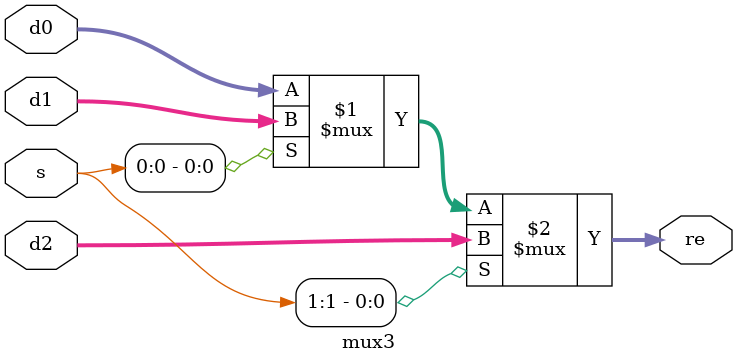
<source format=v>
`timescale 1ns / 1ps

module mux3 #(parameter WIDTH = 8)
(
	input [WIDTH-1:0]d0,d1,d2,
	input [1:0]s,
	output [WIDTH-1:0]re);

assign re = s[1] ? d2 : (s[0] ? d1 : d0);

endmodule 
</source>
